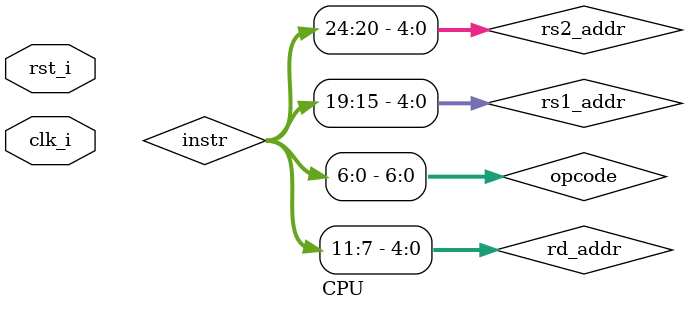
<source format=v>
module CPU
(
    input clk_i, 
    input rst_i
);

// Internal signals
wire [63:0] pc_i;
wire [63:0] pc_o;
wire [31:0] instr;
wire [4:0]  rs1_addr, rs2_addr, rd_addr;
wire [63:0] rs1_data, rs2_data, rd_data;
wire [63:0] imm_data;
wire        reg_write;
wire [1:0]  alu_op;
wire [2:0]  alu_ctrl;
wire        alu_src;
wire [6:0]  funct7;
wire [2:0]  funct3;
wire [63:0] alu_result;
wire        alu_zero;
wire [6:0]  opcode;

// PC instance
PC PC(
    .clk_i      (clk_i),
    .rst_i      (rst_i),
    .pc_i       (pc_i),
    .pc_o       (pc_o)
);

// Instruction Memory instance
Instruction_Memory Instruction_Memory(
    .addr_i     (pc_o), 
    .instr_o    (instr) // [31:0]
);

// Decode instruction fields
assign opcode   = instr[6:0];
assign rd_addr  = instr[11:7];
assign funct3   = instr[14:12];
assign rs1_addr = instr[19:15];
assign rs2_addr = instr[24:20];
assign funct7   = instr[31:25];


// Control instance
Control Control(
    .opcode     (opcode),
    .RegWrite   (reg_write),
    .ALUOp      (alu_op),
    .ALUSrc     (alu_src)
);

// Registers instance
Registers Registers(
    .clk_i      (clk_i),
    .rst_i      (rst_i),
    .RS1addr_i  (rs1_addr),
    .RS2addr_i  (rs2_addr),
    .RDaddr_i   (rd_addr), 
    .RDdata_i   (rd_data),
    .RegWrite_i (reg_write), 
    .RS1data_o  (rs1_data), 
    .RS2data_o  (rs2_data)
);

// Immediate Generator instance
Imm_Gen Imm_Gen(
    .instr_i    (instr),
    .imm_o      (imm_data)
);

// ALU Control instance
ALU_Control ALU_Control(
    .funct3     (funct3),
    .funct7     (funct7),
    .ALUOp      (alu_op),
    .ALUCtrl    (alu_ctrl)
);

// ALU instance
ALU ALU(
    .data1_i    (rs1_data),
    .data2_i    (rs2_data), //imm_data and rs2_data deside by alu_src
    .ALU_src    (alu_src),
    .imm_data   (imm_data),
    .ALUCtrl_i  (alu_ctrl),
    .data_o     (alu_result),
    .zero_o     (alu_zero)
);

// add pc_o with 4
assign pc_i = pc_o + 4;

// Write back to register
assign rd_data = alu_result;

endmodule
</source>
